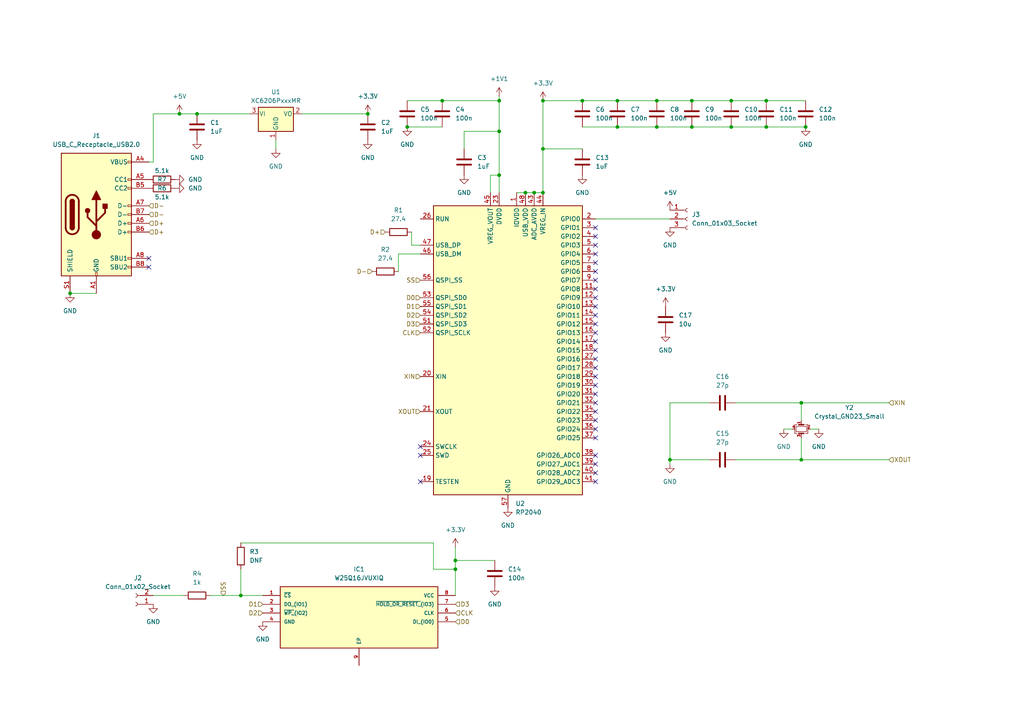
<source format=kicad_sch>
(kicad_sch (version 20230121) (generator eeschema)
  (paper "A4")
  (lib_symbols
    (symbol "Connector:Conn_01x02_Socket" (pin_names (offset 1.016) hide)
      (property "Reference" "J" (at 0 2.54 0))
      (property "Value" "Conn_01x02_Socket" (at 0 -5.08 0))
      (symbol "Conn_01x02_Socket_1_1"
        (arc (start 0 -2.032) (mid -0.5058 -2.54) (end 0 -3.048) (stroke (width 0.1524)))
        (polyline (pts (xy -1.27 -2.54) (xy -0.508 -2.54)) (stroke (width 0.1524)))
        (polyline (pts (xy -1.27 0) (xy -0.508 0)) (stroke (width 0.1524)))
        (arc (start 0 0.508) (mid -0.5058 0) (end 0 -0.508) (stroke (width 0.1524)))
        (pin passive line (at -5.08 0 0) (length 3.81) (name "Pin_1") (number "1"))
        (pin passive line (at -5.08 -2.54 0) (length 3.81) (name "Pin_2") (number "2"))
      )
    )
    (symbol "Connector:Conn_01x03_Socket" (pin_names (offset 1.016) hide)
      (property "Reference" "J" (at 0 5.08 0))
      (property "Value" "Conn_01x03_Socket" (at 0 -5.08 0))
      (symbol "Conn_01x03_Socket_1_1"
        (arc (start 0 -2.032) (mid -0.5058 -2.54) (end 0 -3.048) (stroke (width 0.1524)))
        (polyline (pts (xy -1.27 -2.54) (xy -0.508 -2.54)) (stroke (width 0.1524)))
        (polyline (pts (xy -1.27 0) (xy -0.508 0)) (stroke (width 0.1524)))
        (polyline (pts (xy -1.27 2.54) (xy -0.508 2.54)) (stroke (width 0.1524)))
        (arc (start 0 0.508) (mid -0.5058 0) (end 0 -0.508) (stroke (width 0.1524)))
        (arc (start 0 3.048) (mid -0.5058 2.54) (end 0 2.032) (stroke (width 0.1524)))
        (pin passive line (at -5.08 2.54 0) (length 3.81) (name "Pin_1") (number "1"))
        (pin passive line (at -5.08 0 0) (length 3.81) (name "Pin_2") (number "2"))
        (pin passive line (at -5.08 -2.54 0) (length 3.81) (name "Pin_3") (number "3"))
      )
    )
    (symbol "Connector:USB_C_Receptacle_USB2.0" (pin_names (offset 1.016))
      (property "Reference" "J" (at -10.16 19.05 0))
      (property "Value" "USB_C_Receptacle_USB2.0" (at 19.05 19.05 0))
      (symbol "USB_C_Receptacle_USB2.0_0_0"
        (rectangle (start -0.254 -17.78) (end 0.254 -16.764))
        (rectangle (start 10.16 -14.986) (end 9.144 -15.494))
        (rectangle (start 10.16 -12.446) (end 9.144 -12.954))
        (rectangle (start 10.16 -4.826) (end 9.144 -5.334))
        (rectangle (start 10.16 -2.286) (end 9.144 -2.794))
        (rectangle (start 10.16 0.254) (end 9.144 -0.254))
        (rectangle (start 10.16 2.794) (end 9.144 2.286))
        (rectangle (start 10.16 7.874) (end 9.144 7.366))
        (rectangle (start 10.16 10.414) (end 9.144 9.906))
        (rectangle (start 10.16 15.494) (end 9.144 14.986))
      )
      (symbol "USB_C_Receptacle_USB2.0_0_1"
        (rectangle (start -10.16 17.78) (end 10.16 -17.78) (stroke (width 0.254)) (fill (type background)))
        (arc (start -8.89 -3.81) (mid -6.985 -5.7067) (end -5.08 -3.81) (stroke (width 0.508)))
        (arc (start -7.62 -3.81) (mid -6.985 -4.4423) (end -6.35 -3.81) (stroke (width 0.254)))
        (arc (start -7.62 -3.81) (mid -6.985 -4.4423) (end -6.35 -3.81) (stroke (width 0.254)) (fill (type outline)))
        (rectangle (start -7.62 -3.81) (end -6.35 3.81) (stroke (width 0.254)) (fill (type outline)))
        (arc (start -6.35 3.81) (mid -6.985 4.4423) (end -7.62 3.81) (stroke (width 0.254)))
        (arc (start -6.35 3.81) (mid -6.985 4.4423) (end -7.62 3.81) (stroke (width 0.254)) (fill (type outline)))
        (arc (start -5.08 3.81) (mid -6.985 5.7067) (end -8.89 3.81) (stroke (width 0.508)))
        (circle (center -2.54 1.143) (radius 0.635) (stroke (width 0.254)) (fill (type outline)))
        (circle (center 0 -5.842) (radius 1.27) (fill (type outline)))
        (polyline (pts (xy -8.89 -3.81) (xy -8.89 3.81)) (stroke (width 0.508)))
        (polyline (pts (xy -5.08 3.81) (xy -5.08 -3.81)) (stroke (width 0.508)))
        (polyline (pts (xy 0 -5.842) (xy 0 4.318)) (stroke (width 0.508)))
        (polyline (pts (xy 0 -3.302) (xy -2.54 -0.762) (xy -2.54 0.508)) (stroke (width 0.508)))
        (polyline (pts (xy 0 -2.032) (xy 2.54 0.508) (xy 2.54 1.778)) (stroke (width 0.508)))
        (polyline (pts (xy -1.27 4.318) (xy 0 6.858) (xy 1.27 4.318) (xy -1.27 4.318)) (stroke (width 0.254)) (fill (type outline)))
        (rectangle (start 1.905 1.778) (end 3.175 3.048) (stroke (width 0.254)) (fill (type outline)))
      )
      (symbol "USB_C_Receptacle_USB2.0_1_1"
        (pin passive line (at 0 -22.86 90) (length 5.08) (name "GND") (number "A1"))
        (pin passive line (at 0 -22.86 90) (length 5.08) hide (name "GND") (number "A12"))
        (pin passive line (at 15.24 15.24 180) (length 5.08) (name "VBUS") (number "A4"))
        (pin bidirectional line (at 15.24 10.16 180) (length 5.08) (name "CC1") (number "A5"))
        (pin bidirectional line (at 15.24 -2.54 180) (length 5.08) (name "D+") (number "A6"))
        (pin bidirectional line (at 15.24 2.54 180) (length 5.08) (name "D-") (number "A7"))
        (pin bidirectional line (at 15.24 -12.7 180) (length 5.08) (name "SBU1") (number "A8"))
        (pin passive line (at 15.24 15.24 180) (length 5.08) hide (name "VBUS") (number "A9"))
        (pin passive line (at 0 -22.86 90) (length 5.08) hide (name "GND") (number "B1"))
        (pin passive line (at 0 -22.86 90) (length 5.08) hide (name "GND") (number "B12"))
        (pin passive line (at 15.24 15.24 180) (length 5.08) hide (name "VBUS") (number "B4"))
        (pin bidirectional line (at 15.24 7.62 180) (length 5.08) (name "CC2") (number "B5"))
        (pin bidirectional line (at 15.24 -5.08 180) (length 5.08) (name "D+") (number "B6"))
        (pin bidirectional line (at 15.24 0 180) (length 5.08) (name "D-") (number "B7"))
        (pin bidirectional line (at 15.24 -15.24 180) (length 5.08) (name "SBU2") (number "B8"))
        (pin passive line (at 15.24 15.24 180) (length 5.08) hide (name "VBUS") (number "B9"))
        (pin passive line (at -7.62 -22.86 90) (length 5.08) (name "SHIELD") (number "S1"))
      )
    )
    (symbol "Device:C" (pin_numbers hide) (pin_names (offset 0.254))
      (property "Reference" "C" (at 0.635 2.54 0))
      (property "Value" "C" (at 0.635 -2.54 0))
      (symbol "C_0_1"
        (polyline (pts (xy -2.032 -0.762) (xy 2.032 -0.762)) (stroke (width 0.508)))
        (polyline (pts (xy -2.032 0.762) (xy 2.032 0.762)) (stroke (width 0.508)))
      )
      (symbol "C_1_1"
        (pin passive line (at 0 3.81 270) (length 2.794) (name "~") (number "1"))
        (pin passive line (at 0 -3.81 90) (length 2.794) (name "~") (number "2"))
      )
    )
    (symbol "Device:Crystal_GND23_Small" (pin_names (offset 1.016) hide)
      (property "Reference" "Y2" (at -6.2297 13.97 90))
      (property "Value" "Crystal_GND23_Small" (at -3.6897 13.97 90))
      (symbol "Crystal_GND23_Small_0_1"
        (rectangle (start -0.762 -1.524) (end 0.762 1.524))
        (polyline (pts (xy -1.27 -0.762) (xy -1.27 0.762)) (stroke (width 0.381)))
        (polyline (pts (xy 1.27 -0.762) (xy 1.27 0.762)) (stroke (width 0.381)))
        (polyline (pts (xy -1.27 -1.27) (xy -1.27 -1.905) (xy 1.27 -1.905) (xy 1.27 -1.27)))
        (polyline (pts (xy -1.27 1.27) (xy -1.27 1.905) (xy 1.27 1.905) (xy 1.27 1.27)))
      )
      (symbol "Crystal_GND23_Small_1_1"
        (pin passive line (at -2.54 0 0) (length 1.27) (name "1") (number "1"))
        (pin passive line (at 0 2.54 270) (length 0.635) (name "2") (number "2"))
        (pin passive line (at 2.54 0 180) (length 1.27) (name "3") (number "3"))
        (pin passive line (at 0 -2.54 90) (length 0.635) (name "4") (number "4"))
      )
    )
    (symbol "Device:R" (pin_numbers hide) (pin_names (offset 0))
      (property "Reference" "R" (at 2.032 0 90))
      (property "Value" "R" (at 0 0 90))
      (symbol "R_0_1"
        (rectangle (start -1.016 -2.54) (end 1.016 2.54) (stroke (width 0.254)))
      )
      (symbol "R_1_1"
        (pin passive line (at 0 3.81 270) (length 1.27) (name "~") (number "1"))
        (pin passive line (at 0 -3.81 90) (length 1.27) (name "~") (number "2"))
      )
    )
    (symbol "MCU_RaspberryPi:RP2040"
      (property "Reference" "U" (at 17.78 45.72 0))
      (property "Value" "RP2040" (at 17.78 43.18 0))
      (symbol "RP2040_0_1"
        (rectangle (start -21.59 41.91) (end 21.59 -41.91) (stroke (width 0.254)) (fill (type background)))
      )
      (symbol "RP2040_1_1"
        (pin power_in line (at 2.54 45.72 270) (length 3.81) (name "IOVDD") (number "1"))
        (pin passive line (at 2.54 45.72 270) (length 3.81) hide (name "IOVDD") (number "10"))
        (pin bidirectional line (at 25.4 17.78 180) (length 3.81) (name "GPIO8") (number "11"))
        (pin bidirectional line (at 25.4 15.24 180) (length 3.81) (name "GPIO9") (number "12"))
        (pin bidirectional line (at 25.4 12.7 180) (length 3.81) (name "GPIO10") (number "13"))
        (pin bidirectional line (at 25.4 10.16 180) (length 3.81) (name "GPIO11") (number "14"))
        (pin bidirectional line (at 25.4 7.62 180) (length 3.81) (name "GPIO12") (number "15"))
        (pin bidirectional line (at 25.4 5.08 180) (length 3.81) (name "GPIO13") (number "16"))
        (pin bidirectional line (at 25.4 2.54 180) (length 3.81) (name "GPIO14") (number "17"))
        (pin bidirectional line (at 25.4 0 180) (length 3.81) (name "GPIO15") (number "18"))
        (pin input line (at -25.4 -38.1 0) (length 3.81) (name "TESTEN") (number "19"))
        (pin bidirectional line (at 25.4 38.1 180) (length 3.81) (name "GPIO0") (number "2"))
        (pin input line (at -25.4 -7.62 0) (length 3.81) (name "XIN") (number "20"))
        (pin passive line (at -25.4 -17.78 0) (length 3.81) (name "XOUT") (number "21"))
        (pin passive line (at 2.54 45.72 270) (length 3.81) hide (name "IOVDD") (number "22"))
        (pin power_in line (at -2.54 45.72 270) (length 3.81) (name "DVDD") (number "23"))
        (pin input line (at -25.4 -27.94 0) (length 3.81) (name "SWCLK") (number "24"))
        (pin bidirectional line (at -25.4 -30.48 0) (length 3.81) (name "SWD") (number "25"))
        (pin input line (at -25.4 38.1 0) (length 3.81) (name "RUN") (number "26"))
        (pin bidirectional line (at 25.4 -2.54 180) (length 3.81) (name "GPIO16") (number "27"))
        (pin bidirectional line (at 25.4 -5.08 180) (length 3.81) (name "GPIO17") (number "28"))
        (pin bidirectional line (at 25.4 -7.62 180) (length 3.81) (name "GPIO18") (number "29"))
        (pin bidirectional line (at 25.4 35.56 180) (length 3.81) (name "GPIO1") (number "3"))
        (pin bidirectional line (at 25.4 -10.16 180) (length 3.81) (name "GPIO19") (number "30"))
        (pin bidirectional line (at 25.4 -12.7 180) (length 3.81) (name "GPIO20") (number "31"))
        (pin bidirectional line (at 25.4 -15.24 180) (length 3.81) (name "GPIO21") (number "32"))
        (pin passive line (at 2.54 45.72 270) (length 3.81) hide (name "IOVDD") (number "33"))
        (pin bidirectional line (at 25.4 -17.78 180) (length 3.81) (name "GPIO22") (number "34"))
        (pin bidirectional line (at 25.4 -20.32 180) (length 3.81) (name "GPIO23") (number "35"))
        (pin bidirectional line (at 25.4 -22.86 180) (length 3.81) (name "GPIO24") (number "36"))
        (pin bidirectional line (at 25.4 -25.4 180) (length 3.81) (name "GPIO25") (number "37"))
        (pin bidirectional line (at 25.4 -30.48 180) (length 3.81) (name "GPIO26_ADC0") (number "38"))
        (pin bidirectional line (at 25.4 -33.02 180) (length 3.81) (name "GPIO27_ADC1") (number "39"))
        (pin bidirectional line (at 25.4 33.02 180) (length 3.81) (name "GPIO2") (number "4"))
        (pin bidirectional line (at 25.4 -35.56 180) (length 3.81) (name "GPIO28_ADC2") (number "40"))
        (pin bidirectional line (at 25.4 -38.1 180) (length 3.81) (name "GPIO29_ADC3") (number "41"))
        (pin passive line (at 2.54 45.72 270) (length 3.81) hide (name "IOVDD") (number "42"))
        (pin power_in line (at 7.62 45.72 270) (length 3.81) (name "ADC_AVDD") (number "43"))
        (pin power_in line (at 10.16 45.72 270) (length 3.81) (name "VREG_IN") (number "44"))
        (pin power_out line (at -5.08 45.72 270) (length 3.81) (name "VREG_VOUT") (number "45"))
        (pin bidirectional line (at -25.4 27.94 0) (length 3.81) (name "USB_DM") (number "46"))
        (pin bidirectional line (at -25.4 30.48 0) (length 3.81) (name "USB_DP") (number "47"))
        (pin power_in line (at 5.08 45.72 270) (length 3.81) (name "USB_VDD") (number "48"))
        (pin passive line (at 2.54 45.72 270) (length 3.81) hide (name "IOVDD") (number "49"))
        (pin bidirectional line (at 25.4 30.48 180) (length 3.81) (name "GPIO3") (number "5"))
        (pin passive line (at -2.54 45.72 270) (length 3.81) hide (name "DVDD") (number "50"))
        (pin bidirectional line (at -25.4 7.62 0) (length 3.81) (name "QSPI_SD3") (number "51"))
        (pin output line (at -25.4 5.08 0) (length 3.81) (name "QSPI_SCLK") (number "52"))
        (pin bidirectional line (at -25.4 15.24 0) (length 3.81) (name "QSPI_SD0") (number "53"))
        (pin bidirectional line (at -25.4 10.16 0) (length 3.81) (name "QSPI_SD2") (number "54"))
        (pin bidirectional line (at -25.4 12.7 0) (length 3.81) (name "QSPI_SD1") (number "55"))
        (pin bidirectional line (at -25.4 20.32 0) (length 3.81) (name "QSPI_SS") (number "56"))
        (pin power_in line (at 0 -45.72 90) (length 3.81) (name "GND") (number "57"))
        (pin bidirectional line (at 25.4 27.94 180) (length 3.81) (name "GPIO4") (number "6"))
        (pin bidirectional line (at 25.4 25.4 180) (length 3.81) (name "GPIO5") (number "7"))
        (pin bidirectional line (at 25.4 22.86 180) (length 3.81) (name "GPIO6") (number "8"))
        (pin bidirectional line (at 25.4 20.32 180) (length 3.81) (name "GPIO7") (number "9"))
      )
    )
    (symbol "Regulator_Linear:XC6206PxxxMR" (pin_names (offset 0.254))
      (property "Reference" "U" (at -3.81 3.175 0))
      (property "Value" "XC6206PxxxMR" (at 0 3.175 0))
      (symbol "XC6206PxxxMR_0_1"
        (rectangle (start -5.08 1.905) (end 5.08 -5.08) (stroke (width 0.254)) (fill (type background)))
      )
      (symbol "XC6206PxxxMR_1_1"
        (pin power_in line (at 0 -7.62 90) (length 2.54) (name "GND") (number "1"))
        (pin power_out line (at 7.62 0 180) (length 2.54) (name "VO") (number "2"))
        (pin power_in line (at -7.62 0 0) (length 2.54) (name "VI") (number "3"))
      )
    )
    (symbol "W25Q16JVUXIQ:W25Q16JVUXIQ" (pin_names (offset 1.016))
      (property "Reference" "IC" (at 52.07 7.62 0))
      (property "Value" "W25Q16JVUXIQ" (at 52.07 5.08 0))
      (symbol "W25Q16JVUXIQ_0_0"
        (rectangle (start 5.08 -15.24) (end 50.8 2.54) (stroke (width 0.254)) (fill (type background)))
        (pin bidirectional line (at 0 0 0) (length 5.08) (name "~{CS}") (number "1"))
        (pin bidirectional line (at 0 -2.54 0) (length 5.08) (name "DO_(IO1)") (number "2"))
        (pin bidirectional line (at 0 -5.08 0) (length 5.08) (name "~{WP_}(IO2)") (number "3"))
        (pin bidirectional line (at 0 -7.62 0) (length 5.08) (name "GND") (number "4"))
        (pin bidirectional line (at 55.88 -7.62 180) (length 5.08) (name "DI_(IO0)") (number "5"))
        (pin bidirectional line (at 55.88 -5.08 180) (length 5.08) (name "CLK") (number "6"))
        (pin bidirectional line (at 55.88 -2.54 180) (length 5.08) (name "~{HOLD_OR_RESET_}(IO3)") (number "7"))
        (pin bidirectional line (at 55.88 0 180) (length 5.08) (name "VCC") (number "8"))
        (pin bidirectional line (at 27.94 -20.32 90) (length 5.08) (name "EP") (number "9"))
      )
    )
    (symbol "power:+1V1" (power) (pin_names (offset 0))
      (property "Value" "+1V1" (at 0 3.556 0))
      (symbol "+1V1_0_1"
        (polyline (pts (xy -0.762 1.27) (xy 0 2.54)))
        (polyline (pts (xy 0 0) (xy 0 2.54)))
        (polyline (pts (xy 0 2.54) (xy 0.762 1.27)))
      )
      (symbol "+1V1_1_1"
        (pin power_in line (at 0 0 90) (length 0) hide (name "+1V1") (number "1"))
      )
    )
    (symbol "power:+3.3V" (power) (pin_names (offset 0))
      (property "Value" "+3.3V" (at 0 3.556 0))
      (symbol "+3.3V_0_1"
        (polyline (pts (xy -0.762 1.27) (xy 0 2.54)))
        (polyline (pts (xy 0 0) (xy 0 2.54)))
        (polyline (pts (xy 0 2.54) (xy 0.762 1.27)))
      )
      (symbol "+3.3V_1_1"
        (pin power_in line (at 0 0 90) (length 0) hide (name "+3.3V") (number "1"))
      )
    )
    (symbol "power:+5V" (power) (pin_names (offset 0))
      (property "Value" "+5V" (at 0 3.556 0))
      (symbol "+5V_0_1"
        (polyline (pts (xy -0.762 1.27) (xy 0 2.54)))
        (polyline (pts (xy 0 0) (xy 0 2.54)))
        (polyline (pts (xy 0 2.54) (xy 0.762 1.27)))
      )
      (symbol "+5V_1_1"
        (pin power_in line (at 0 0 90) (length 0) hide (name "+5V") (number "1"))
      )
    )
    (symbol "power:GND" (power) (pin_names (offset 0))
      (property "Value" "GND" (at 0 -3.81 0))
      (symbol "GND_0_1"
        (polyline (pts (xy 0 0) (xy 0 -1.27) (xy 1.27 -1.27) (xy 0 -2.54) (xy -1.27 -1.27) (xy 0 -1.27)))
      )
      (symbol "GND_1_1"
        (pin power_in line (at 0 0 270) (length 0) hide (name "GND") (number "1"))
      )
    )
  )
  (junction (at 194.31 133.35))
  (junction (at 190.5 29.21))
  (junction (at 144.78 38.1))
  (junction (at 106.68 33.02))
  (junction (at 128.27 29.21))
  (junction (at 200.66 36.83))
  (junction (at 168.91 29.21))
  (junction (at 232.41 116.84))
  (junction (at 157.48 29.21))
  (junction (at 69.85 172.72))
  (junction (at 57.15 33.02))
  (junction (at 20.32 85.09))
  (junction (at 222.25 36.83))
  (junction (at 144.78 29.21))
  (junction (at 212.09 36.83))
  (junction (at 132.08 162.56))
  (junction (at 179.07 29.21))
  (junction (at 118.11 36.83))
  (junction (at 157.48 43.18))
  (junction (at 222.25 29.21))
  (junction (at 154.94 55.88))
  (junction (at 190.5 36.83))
  (junction (at 232.41 133.35))
  (junction (at 132.08 165.1))
  (junction (at 233.68 36.83))
  (junction (at 144.78 50.8))
  (junction (at 152.4 55.88))
  (junction (at 179.07 36.83))
  (junction (at 200.66 29.21))
  (junction (at 157.48 55.88))
  (junction (at 52.07 33.02))
  (junction (at 212.09 29.21))
  (no_connect (at 172.72 96.52))
  (no_connect (at 172.72 124.46))
  (no_connect (at 172.72 104.14))
  (no_connect (at 172.72 81.28))
  (no_connect (at 172.72 71.12))
  (no_connect (at 172.72 78.74))
  (no_connect (at 121.92 139.7))
  (no_connect (at 172.72 137.16))
  (no_connect (at 172.72 111.76))
  (no_connect (at 172.72 88.9))
  (no_connect (at 172.72 66.04))
  (no_connect (at 172.72 86.36))
  (no_connect (at 172.72 68.58))
  (no_connect (at 172.72 114.3))
  (no_connect (at 172.72 83.82))
  (no_connect (at 172.72 132.08))
  (no_connect (at 43.18 74.93))
  (no_connect (at 121.92 132.08))
  (no_connect (at 172.72 119.38))
  (no_connect (at 172.72 116.84))
  (no_connect (at 172.72 109.22))
  (no_connect (at 172.72 76.2))
  (no_connect (at 172.72 127))
  (no_connect (at 121.92 129.54))
  (no_connect (at 172.72 121.92))
  (no_connect (at 172.72 93.98))
  (no_connect (at 172.72 106.68))
  (no_connect (at 172.72 134.62))
  (no_connect (at 172.72 73.66))
  (no_connect (at 172.72 91.44))
  (no_connect (at 172.72 99.06))
  (no_connect (at 43.18 77.47))
  (no_connect (at 172.72 101.6))
  (no_connect (at 172.72 139.7))
  (wire (pts (xy 172.72 63.5) (xy 194.31 63.5)))
  (wire (pts (xy 118.11 29.21) (xy 128.27 29.21)))
  (wire (pts (xy 44.45 172.72) (xy 53.34 172.72)))
  (wire (pts (xy 227.33 124.46) (xy 229.87 124.46)))
  (wire (pts (xy 168.91 36.83) (xy 179.07 36.83)))
  (wire (pts (xy 20.32 85.09) (xy 27.94 85.09)))
  (wire (pts (xy 142.24 55.88) (xy 142.24 50.8)))
  (wire (pts (xy 234.95 124.46) (xy 237.49 124.46)))
  (wire (pts (xy 213.36 133.35) (xy 232.41 133.35)))
  (wire (pts (xy 149.86 55.88) (xy 152.4 55.88)))
  (wire (pts (xy 132.08 162.56) (xy 143.51 162.56)))
  (wire (pts (xy 179.07 36.83) (xy 190.5 36.83)))
  (wire (pts (xy 132.08 162.56) (xy 132.08 165.1)))
  (wire (pts (xy 200.66 29.21) (xy 212.09 29.21)))
  (wire (pts (xy 115.57 73.66) (xy 115.57 78.74)))
  (wire (pts (xy 60.96 172.72) (xy 69.85 172.72)))
  (wire (pts (xy 179.07 29.21) (xy 190.5 29.21)))
  (wire (pts (xy 205.74 116.84) (xy 194.31 116.84)))
  (wire (pts (xy 232.41 116.84) (xy 232.41 121.92)))
  (wire (pts (xy 194.31 116.84) (xy 194.31 133.35)))
  (wire (pts (xy 222.25 29.21) (xy 233.68 29.21)))
  (wire (pts (xy 142.24 50.8) (xy 144.78 50.8)))
  (wire (pts (xy 232.41 116.84) (xy 213.36 116.84)))
  (wire (pts (xy 134.62 38.1) (xy 134.62 43.18)))
  (wire (pts (xy 144.78 27.94) (xy 144.78 29.21)))
  (wire (pts (xy 125.73 157.48) (xy 125.73 165.1)))
  (wire (pts (xy 125.73 165.1) (xy 132.08 165.1)))
  (wire (pts (xy 157.48 55.88) (xy 157.48 43.18)))
  (wire (pts (xy 128.27 29.21) (xy 144.78 29.21)))
  (wire (pts (xy 157.48 43.18) (xy 168.91 43.18)))
  (wire (pts (xy 152.4 55.88) (xy 154.94 55.88)))
  (wire (pts (xy 44.45 33.02) (xy 52.07 33.02)))
  (wire (pts (xy 57.15 33.02) (xy 72.39 33.02)))
  (wire (pts (xy 115.57 73.66) (xy 121.92 73.66)))
  (wire (pts (xy 154.94 55.88) (xy 157.48 55.88)))
  (wire (pts (xy 132.08 165.1) (xy 132.08 172.72)))
  (wire (pts (xy 69.85 157.48) (xy 125.73 157.48)))
  (wire (pts (xy 194.31 133.35) (xy 194.31 134.62)))
  (wire (pts (xy 232.41 116.84) (xy 257.81 116.84)))
  (wire (pts (xy 232.41 127) (xy 232.41 133.35)))
  (wire (pts (xy 157.48 29.21) (xy 168.91 29.21)))
  (wire (pts (xy 69.85 165.1) (xy 69.85 172.72)))
  (wire (pts (xy 144.78 55.88) (xy 144.78 50.8)))
  (wire (pts (xy 190.5 36.83) (xy 200.66 36.83)))
  (wire (pts (xy 43.18 46.99) (xy 44.45 46.99)))
  (wire (pts (xy 168.91 29.21) (xy 179.07 29.21)))
  (wire (pts (xy 157.48 43.18) (xy 157.48 29.21)))
  (wire (pts (xy 200.66 36.83) (xy 212.09 36.83)))
  (wire (pts (xy 190.5 29.21) (xy 200.66 29.21)))
  (wire (pts (xy 212.09 29.21) (xy 222.25 29.21)))
  (wire (pts (xy 132.08 158.75) (xy 132.08 162.56)))
  (wire (pts (xy 144.78 38.1) (xy 134.62 38.1)))
  (wire (pts (xy 118.11 36.83) (xy 128.27 36.83)))
  (wire (pts (xy 69.85 172.72) (xy 76.2 172.72)))
  (wire (pts (xy 44.45 46.99) (xy 44.45 33.02)))
  (wire (pts (xy 87.63 33.02) (xy 106.68 33.02)))
  (wire (pts (xy 119.38 71.12) (xy 121.92 71.12)))
  (wire (pts (xy 222.25 36.83) (xy 233.68 36.83)))
  (wire (pts (xy 80.01 40.64) (xy 80.01 43.18)))
  (wire (pts (xy 205.74 133.35) (xy 194.31 133.35)))
  (wire (pts (xy 119.38 67.31) (xy 119.38 71.12)))
  (wire (pts (xy 52.07 33.02) (xy 57.15 33.02)))
  (wire (pts (xy 144.78 50.8) (xy 144.78 38.1)))
  (wire (pts (xy 232.41 133.35) (xy 257.81 133.35)))
  (wire (pts (xy 144.78 29.21) (xy 144.78 38.1)))
  (wire (pts (xy 212.09 36.83) (xy 222.25 36.83)))
  (hierarchical_label "D2" (shape input) (at 76.2 177.8 180))
  (hierarchical_label "D-" (shape input) (at 43.18 62.23 0))
  (hierarchical_label "XOUT" (shape input) (at 121.92 119.38 180))
  (hierarchical_label "D0" (shape input) (at 121.92 86.36 180))
  (hierarchical_label "D3" (shape input) (at 132.08 175.26 0))
  (hierarchical_label "D+" (shape input) (at 43.18 67.31 0))
  (hierarchical_label "D0" (shape input) (at 132.08 180.34 0))
  (hierarchical_label "D3" (shape input) (at 121.92 93.98 180))
  (hierarchical_label "D+" (shape input) (at 111.76 67.31 180))
  (hierarchical_label "SS" (shape input) (at 64.77 172.72 90))
  (hierarchical_label "D-" (shape input) (at 107.95 78.74 180))
  (hierarchical_label "CLK" (shape input) (at 132.08 177.8 0))
  (hierarchical_label "XIN" (shape input) (at 121.92 109.22 180))
  (hierarchical_label "D2" (shape input) (at 121.92 91.44 180))
  (hierarchical_label "D+" (shape input) (at 43.18 64.77 0))
  (hierarchical_label "XOUT" (shape input) (at 257.81 133.35 0))
  (hierarchical_label "D-" (shape input) (at 43.18 59.69 0))
  (hierarchical_label "D1" (shape input) (at 121.92 88.9 180))
  (hierarchical_label "XIN" (shape input) (at 257.81 116.84 0))
  (hierarchical_label "D1" (shape input) (at 76.2 175.26 180))
  (hierarchical_label "SS" (shape input) (at 121.92 81.28 180))
  (hierarchical_label "CLK" (shape input) (at 121.92 96.52 180))
  (symbol (lib_id "Device:C") (at 168.91 33.02 0) (unit 1)
    (property "Reference" "C6" (at 172.72 31.75 0) (effects (justify left)))
    (property "Value" "100n" (at 172.72 34.29 0) (effects (justify left)))
    (property "Footprint" "Capacitor_SMD:C_0402_1005Metric" (effects hide))
  )
  (symbol (lib_id "Device:C") (at 106.68 36.83 0) (unit 1)
    (property "Reference" "C2" (at 110.49 35.56 0) (effects (justify left)))
    (property "Value" "1uF" (at 110.49 38.1 0) (effects (justify left)))
    (property "Footprint" "Capacitor_SMD:C_0402_1005Metric" (effects hide))
  )
  (symbol (lib_id "power:GND") (at 134.62 50.8 0) (unit 1)
    (property "Reference" "#PWR06" (effects hide))
    (property "Value" "GND" (at 134.62 55.88 0))
  )
  (symbol (lib_id "power:GND") (at 118.11 36.83 0) (unit 1)
    (property "Reference" "#PWR08" (effects hide))
    (property "Value" "GND" (at 118.11 41.91 0))
  )
  (symbol (lib_id "power:+5V") (at 52.07 33.02 0) (unit 1)
    (property "Reference" "#PWR019" (effects hide))
    (property "Value" "+5V" (at 52.07 27.94 0))
  )
  (symbol (lib_id "power:GND") (at 50.8 54.61 90) (unit 1)
    (property "Reference" "#PWR023" (effects hide))
    (property "Value" "GND" (at 54.61 54.61 90) (effects (justify right)))
  )
  (symbol (lib_id "Device:C") (at 233.68 33.02 0) (unit 1)
    (property "Reference" "C12" (at 237.49 31.75 0) (effects (justify left)))
    (property "Value" "100n" (at 237.49 34.29 0) (effects (justify left)))
    (property "Footprint" "Capacitor_SMD:C_0402_1005Metric" (effects hide))
  )
  (symbol (lib_id "Device:C") (at 222.25 33.02 0) (unit 1)
    (property "Reference" "C11" (at 226.06 31.75 0) (effects (justify left)))
    (property "Value" "100n" (at 226.06 34.29 0) (effects (justify left)))
    (property "Footprint" "Capacitor_SMD:C_0402_1005Metric" (effects hide))
  )
  (symbol (lib_id "Device:C") (at 118.11 33.02 0) (unit 1)
    (property "Reference" "C5" (at 121.92 31.75 0) (effects (justify left)))
    (property "Value" "100n" (at 121.92 34.29 0) (effects (justify left)))
    (property "Footprint" "Capacitor_SMD:C_0402_1005Metric" (effects hide))
  )
  (symbol (lib_id "power:+1V1") (at 144.78 27.94 0) (unit 1)
    (property "Reference" "#PWR07" (effects hide))
    (property "Value" "+1V1" (at 144.78 22.86 0))
  )
  (symbol (lib_id "power:GND") (at 50.8 52.07 90) (unit 1)
    (property "Reference" "#PWR024" (effects hide))
    (property "Value" "GND" (at 54.61 52.07 90) (effects (justify right)))
  )
  (symbol (lib_id "Device:C") (at 200.66 33.02 0) (unit 1)
    (property "Reference" "C9" (at 204.47 31.75 0) (effects (justify left)))
    (property "Value" "100n" (at 204.47 34.29 0) (effects (justify left)))
    (property "Footprint" "Capacitor_SMD:C_0402_1005Metric" (effects hide))
  )
  (symbol (lib_id "Device:C") (at 128.27 33.02 0) (unit 1)
    (property "Reference" "C4" (at 132.08 31.75 0) (effects (justify left)))
    (property "Value" "100n" (at 132.08 34.29 0) (effects (justify left)))
    (property "Footprint" "Capacitor_SMD:C_0402_1005Metric" (effects hide))
  )
  (symbol (lib_id "Device:R") (at 111.76 78.74 90) (unit 1)
    (property "Reference" "R2" (at 111.76 72.39 90))
    (property "Value" "27.4" (at 111.76 74.93 90))
    (property "Footprint" "Resistor_SMD:R_0402_1005Metric" (effects hide))
  )
  (symbol (lib_id "power:GND") (at 233.68 36.83 0) (unit 1)
    (property "Reference" "#PWR09" (effects hide))
    (property "Value" "GND" (at 233.68 41.91 0))
  )
  (symbol (lib_id "power:GND") (at 147.32 147.32 0) (unit 1)
    (property "Reference" "#PWR020" (effects hide))
    (property "Value" "GND" (at 147.32 152.4 0))
  )
  (symbol (lib_id "Regulator_Linear:XC6206PxxxMR") (at 80.01 33.02 0) (unit 1)
    (property "Reference" "U1" (at 80.01 26.67 0))
    (property "Value" "XC6206PxxxMR" (at 80.01 29.21 0))
    (property "Footprint" "Package_TO_SOT_SMD:SOT-23-3" (effects hide))
    (property "Datasheet" "https://www.torexsemi.com/file/xc6206/XC6206.pdf" (effects hide))
  )
  (symbol (lib_id "Device:C") (at 57.15 36.83 0) (unit 1)
    (property "Reference" "C1" (at 60.96 35.56 0) (effects (justify left)))
    (property "Value" "1uF" (at 60.96 38.1 0) (effects (justify left)))
    (property "Footprint" "Capacitor_SMD:C_0402_1005Metric" (effects hide))
  )
  (symbol (lib_id "power:GND") (at 237.49 124.46 0) (unit 1)
    (property "Reference" "#PWR026" (effects hide))
    (property "Value" "GND" (at 237.49 129.54 0))
  )
  (symbol (lib_id "Device:C") (at 209.55 116.84 90) (unit 1)
    (property "Reference" "C16" (at 209.55 109.22 90))
    (property "Value" "27p" (at 209.55 111.76 90))
    (property "Footprint" "Capacitor_SMD:C_0402_1005Metric" (effects hide))
  )
  (symbol (lib_id "MCU_RaspberryPi:RP2040") (at 147.32 101.6 0) (unit 1)
    (property "Reference" "U2" (at 149.5141 146.05 0) (effects (justify left)))
    (property "Value" "RP2040" (at 149.5141 148.59 0) (effects (justify left)))
    (property "Footprint" "Package_DFN_QFN:QFN-56-1EP_7x7mm_P0.4mm_EP3.2x3.2mm_ThermalVias" (effects hide))
    (property "Datasheet" "https://datasheets.raspberrypi.com/rp2040/rp2040-datasheet.pdf" (effects hide))
  )
  (symbol (lib_id "power:GND") (at 193.04 96.52 0) (unit 1)
    (property "Reference" "#PWR021" (effects hide))
    (property "Value" "GND" (at 193.04 101.6 0))
  )
  (symbol (lib_id "Device:C") (at 209.55 133.35 90) (unit 1)
    (property "Reference" "C15" (at 209.55 125.73 90))
    (property "Value" "27p" (at 209.55 128.27 90))
    (property "Footprint" "Capacitor_SMD:C_0402_1005Metric" (effects hide))
  )
  (symbol (lib_id "power:GND") (at 44.45 175.26 0) (unit 1)
    (property "Reference" "#PWR014" (effects hide))
    (property "Value" "GND" (at 44.45 180.34 0))
  )
  (symbol (lib_id "Device:R") (at 57.15 172.72 90) (unit 1)
    (property "Reference" "R4" (at 57.15 166.37 90))
    (property "Value" "1k" (at 57.15 168.91 90))
    (property "Footprint" "Resistor_SMD:R_0402_1005Metric" (effects hide))
  )
  (symbol (lib_id "power:+3.3V") (at 106.68 33.02 0) (unit 1)
    (property "Reference" "#PWR01" (effects hide))
    (property "Value" "+3.3V" (at 106.68 27.94 0))
  )
  (symbol (lib_id "Device:C") (at 134.62 46.99 0) (unit 1)
    (property "Reference" "C3" (at 138.43 45.72 0) (effects (justify left)))
    (property "Value" "1uF" (at 138.43 48.26 0) (effects (justify left)))
    (property "Footprint" "Capacitor_SMD:C_0402_1005Metric" (effects hide))
  )
  (symbol (lib_id "power:GND") (at 194.31 66.04 0) (unit 1)
    (property "Reference" "#PWR018" (effects hide))
    (property "Value" "GND" (at 194.31 71.12 0))
  )
  (symbol (lib_id "Device:C") (at 179.07 33.02 0) (unit 1)
    (property "Reference" "C7" (at 182.88 31.75 0) (effects (justify left)))
    (property "Value" "100n" (at 182.88 34.29 0) (effects (justify left)))
    (property "Footprint" "Capacitor_SMD:C_0402_1005Metric" (effects hide))
  )
  (symbol (lib_id "power:+3.3V") (at 132.08 158.75 0) (unit 1)
    (property "Reference" "#PWR012" (effects hide))
    (property "Value" "+3.3V" (at 132.08 153.67 0))
  )
  (symbol (lib_id "power:GND") (at 143.51 170.18 0) (unit 1)
    (property "Reference" "#PWR013" (effects hide))
    (property "Value" "GND" (at 143.51 175.26 0))
  )
  (symbol (lib_id "power:GND") (at 227.33 124.46 0) (unit 1)
    (property "Reference" "#PWR025" (effects hide))
    (property "Value" "GND" (at 227.33 129.54 0))
  )
  (symbol (lib_id "power:GND") (at 20.32 85.09 0) (unit 1)
    (property "Reference" "#PWR05" (effects hide))
    (property "Value" "GND" (at 20.32 90.17 0))
  )
  (symbol (lib_id "power:+3.3V") (at 157.48 29.21 0) (unit 1)
    (property "Reference" "#PWR011" (effects hide))
    (property "Value" "+3.3V" (at 157.48 24.13 0))
  )
  (symbol (lib_id "power:GND") (at 57.15 40.64 0) (unit 1)
    (property "Reference" "#PWR04" (effects hide))
    (property "Value" "GND" (at 57.15 45.72 0))
  )
  (symbol (lib_id "Device:R") (at 46.99 54.61 270) (unit 1)
    (property "Reference" "R6" (at 46.99 54.61 90))
    (property "Value" "5.1k" (at 46.99 57.15 90))
    (property "Footprint" "Resistor_SMD:R_0402_1005Metric" (effects hide))
  )
  (symbol (lib_id "Connector:USB_C_Receptacle_USB2.0") (at 27.94 62.23 0) (unit 1)
    (property "Reference" "J1" (at 27.94 39.37 0))
    (property "Value" "USB_C_Receptacle_USB2.0" (at 27.94 41.91 0))
    (property "Datasheet" "https://www.usb.org/sites/default/files/documents/usb_type-c.zip" (effects hide))
  )
  (symbol (lib_id "power:GND") (at 194.31 134.62 0) (unit 1)
    (property "Reference" "#PWR016" (effects hide))
    (property "Value" "GND" (at 194.31 139.7 0))
  )
  (symbol (lib_id "power:GND") (at 106.68 40.64 0) (unit 1)
    (property "Reference" "#PWR02" (effects hide))
    (property "Value" "GND" (at 106.68 45.72 0))
  )
  (symbol (lib_id "Device:R") (at 46.99 52.07 270) (unit 1)
    (property "Reference" "R7" (at 46.99 52.07 90))
    (property "Value" "5.1k" (at 46.99 49.53 90))
    (property "Footprint" "Resistor_SMD:R_0402_1005Metric" (effects hide))
  )
  (symbol (lib_id "Device:R") (at 115.57 67.31 90) (unit 1)
    (property "Reference" "R1" (at 115.57 60.96 90))
    (property "Value" "27.4" (at 115.57 63.5 90))
    (property "Footprint" "Resistor_SMD:R_0402_1005Metric" (effects hide))
  )
  (symbol (lib_id "Device:C") (at 190.5 33.02 0) (unit 1)
    (property "Reference" "C8" (at 194.31 31.75 0) (effects (justify left)))
    (property "Value" "100n" (at 194.31 34.29 0) (effects (justify left)))
    (property "Footprint" "Capacitor_SMD:C_0402_1005Metric" (effects hide))
  )
  (symbol (lib_id "Device:C") (at 212.09 33.02 0) (unit 1)
    (property "Reference" "C10" (at 215.9 31.75 0) (effects (justify left)))
    (property "Value" "100n" (at 215.9 34.29 0) (effects (justify left)))
    (property "Footprint" "Capacitor_SMD:C_0402_1005Metric" (effects hide))
  )
  (symbol (lib_id "power:GND") (at 76.2 180.34 0) (unit 1)
    (property "Reference" "#PWR015" (effects hide))
    (property "Value" "GND" (at 76.2 185.42 0))
  )
  (symbol (lib_id "power:GND") (at 168.91 50.8 0) (unit 1)
    (property "Reference" "#PWR010" (effects hide))
    (property "Value" "GND" (at 168.91 55.88 0))
  )
  (symbol (lib_id "power:GND") (at 80.01 43.18 0) (unit 1)
    (property "Reference" "#PWR03" (effects hide))
    (property "Value" "GND" (at 80.01 48.26 0))
  )
  (symbol (lib_id "Connector:Conn_01x03_Socket") (at 199.39 63.5 0) (unit 1)
    (property "Reference" "J3" (at 200.66 62.23 0) (effects (justify left)))
    (property "Value" "Conn_01x03_Socket" (at 200.66 64.77 0) (effects (justify left)))
    (property "Footprint" "Connector_PinHeader_2.54mm:PinHeader_1x03_P2.54mm_Vertical" (effects hide))
  )
  (symbol (lib_id "Device:R") (at 69.85 161.29 0) (unit 1)
    (property "Reference" "R3" (at 72.39 160.02 0) (effects (justify left)))
    (property "Value" "DNF" (at 72.39 162.56 0) (effects (justify left)))
    (property "Footprint" "Resistor_SMD:R_0402_1005Metric" (effects hide))
  )
  (symbol (lib_id "Device:C") (at 193.04 92.71 0) (unit 1)
    (property "Reference" "C17" (at 196.85 91.44 0) (effects (justify left)))
    (property "Value" "10u" (at 196.85 93.98 0) (effects (justify left)))
    (property "Footprint" "Capacitor_SMD:C_0402_1005Metric" (effects hide))
  )
  (symbol (lib_id "Device:C") (at 143.51 166.37 0) (unit 1)
    (property "Reference" "C14" (at 147.32 165.1 0) (effects (justify left)))
    (property "Value" "100n" (at 147.32 167.64 0) (effects (justify left)))
    (property "Footprint" "Capacitor_SMD:C_0402_1005Metric" (effects hide))
  )
  (symbol (lib_id "Device:Crystal_GND23_Small") (at 232.41 124.46 270) (unit 1)
    (property "Reference" "Y2" (at 246.38 118.2303 90))
    (property "Value" "Crystal_GND23_Small" (at 246.38 120.7703 90))
    (property "Footprint" "Crystal:Crystal_SMD_3225-4Pin_3.2x2.5mm" (effects hide))
  )
  (symbol (lib_id "Device:C") (at 168.91 46.99 0) (unit 1)
    (property "Reference" "C13" (at 172.72 45.72 0) (effects (justify left)))
    (property "Value" "1uF" (at 172.72 48.26 0) (effects (justify left)))
    (property "Footprint" "Capacitor_SMD:C_0402_1005Metric" (effects hide))
  )
  (symbol (lib_id "power:+3.3V") (at 193.04 88.9 0) (unit 1)
    (property "Reference" "#PWR022" (effects hide))
    (property "Value" "+3.3V" (at 193.04 83.82 0))
  )
  (symbol (lib_id "power:+5V") (at 194.31 60.96 0) (unit 1)
    (property "Reference" "#PWR017" (effects hide))
    (property "Value" "+5V" (at 194.31 55.88 0))
  )
  (symbol (lib_id "W25Q16JVUXIQ:W25Q16JVUXIQ") (at 76.2 172.72 0) (unit 1)
    (property "Reference" "IC1" (at 104.14 165.1 0))
    (property "Value" "W25Q16JVUXIQ" (at 104.14 167.64 0))
    (property "Footprint" "Library:SON50P300X200X60-9N" (effects hide))
    (property "MANUFACTURER_NAME" "Winbond" (effects hide))
    (property "MF" "Winbond" (effects hide))
    (property "DESCRIPTION" "SPIFLASH, 3V, 16M-BIT, 4KB UNIFO" (effects hide))
    (property "Price" "None" (effects hide))
    (property "Package" "UFDFN-8 Winbond" (effects hide))
    (property "Check_prices" "https://www.snapeda.com/parts/W25Q16JVUXIQ/Winbond/view-part/?ref=eda" (effects hide))
    (property "HEIGHT" "0.6mm" (effects hide))
    (property "MP" "W25Q16JVUXIQ" (effects hide))
    (property "SnapEDA_Link" "https://www.snapeda.com/parts/W25Q16JVUXIQ/Winbond/view-part/?ref=snap" (effects hide))
    (property "Description" "\nNOR Flash Serial (SPI, Dual SPI, Quad SPI) 3V/3.3V 16M-bit 2M x 8 6ns 8-Pin USON EP T/R\n" (effects hide))
    (property "Availability" "Not in stock" (effects hide))
    (property "MANUFACTURER_PART_NUMBER" "W25Q16JVUXIQ" (effects hide))
  )
  (symbol (lib_id "Connector:Conn_01x02_Socket") (at 39.37 175.26 180) (unit 1)
    (property "Reference" "J2" (at 40.005 167.64 0))
    (property "Value" "Conn_01x02_Socket" (at 40.005 170.18 0))
    (property "Footprint" "TestPoint:TestPoint_2Pads_Pitch2.54mm_Drill0.8mm" (effects hide))
  )
)
</source>
